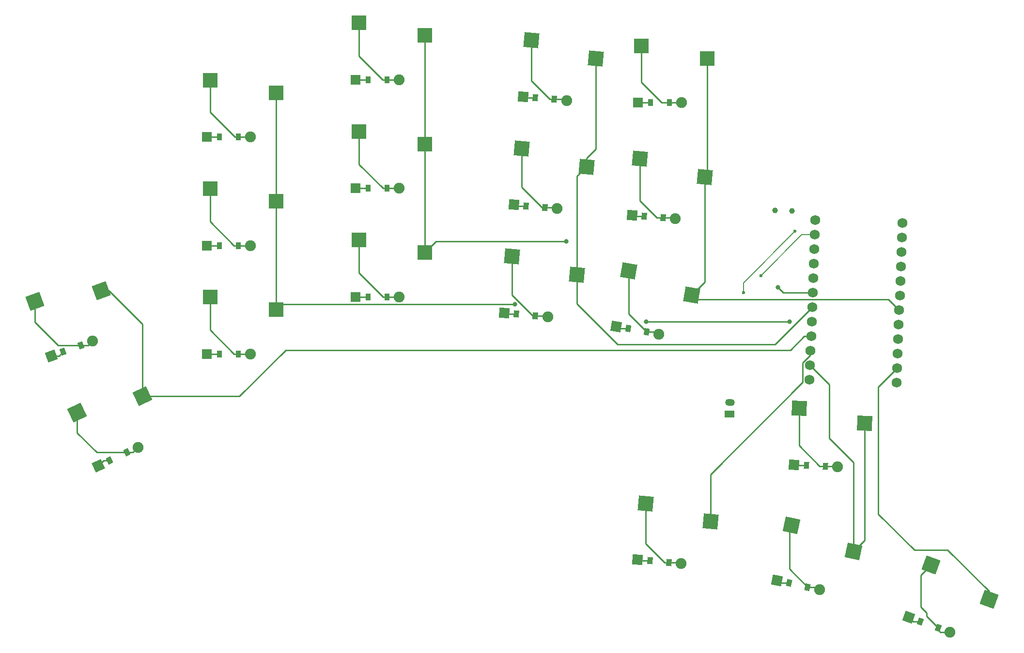
<source format=gbr>
%TF.GenerationSoftware,KiCad,Pcbnew,8.0.6*%
%TF.CreationDate,2025-01-06T03:54:34-07:00*%
%TF.ProjectId,left_circuit,6c656674-5f63-4697-9263-7569742e6b69,v1.0.0*%
%TF.SameCoordinates,Original*%
%TF.FileFunction,Copper,L2,Bot*%
%TF.FilePolarity,Positive*%
%FSLAX46Y46*%
G04 Gerber Fmt 4.6, Leading zero omitted, Abs format (unit mm)*
G04 Created by KiCad (PCBNEW 8.0.6) date 2025-01-06 03:54:34*
%MOMM*%
%LPD*%
G01*
G04 APERTURE LIST*
G04 Aperture macros list*
%AMHorizOval*
0 Thick line with rounded ends*
0 $1 width*
0 $2 $3 position (X,Y) of the first rounded end (center of the circle)*
0 $4 $5 position (X,Y) of the second rounded end (center of the circle)*
0 Add line between two ends*
20,1,$1,$2,$3,$4,$5,0*
0 Add two circle primitives to create the rounded ends*
1,1,$1,$2,$3*
1,1,$1,$4,$5*%
%AMRotRect*
0 Rectangle, with rotation*
0 The origin of the aperture is its center*
0 $1 length*
0 $2 width*
0 $3 Rotation angle, in degrees counterclockwise*
0 Add horizontal line*
21,1,$1,$2,0,0,$3*%
G04 Aperture macros list end*
%TA.AperFunction,WasherPad*%
%ADD10C,1.000000*%
%TD*%
%TA.AperFunction,ComponentPad*%
%ADD11RotRect,1.200000X1.700000X88.000000*%
%TD*%
%TA.AperFunction,ComponentPad*%
%ADD12HorizOval,1.200000X-0.249848X0.008725X0.249848X-0.008725X0*%
%TD*%
%TA.AperFunction,ComponentPad*%
%ADD13C,1.752600*%
%TD*%
%TA.AperFunction,SMDPad,CuDef*%
%ADD14RotRect,2.600000X2.600000X25.000000*%
%TD*%
%TA.AperFunction,ComponentPad*%
%ADD15RotRect,1.778000X1.778000X355.000000*%
%TD*%
%TA.AperFunction,SMDPad,CuDef*%
%ADD16RotRect,0.900000X1.200000X355.000000*%
%TD*%
%TA.AperFunction,ComponentPad*%
%ADD17C,1.905000*%
%TD*%
%TA.AperFunction,SMDPad,CuDef*%
%ADD18RotRect,2.600000X2.600000X350.000000*%
%TD*%
%TA.AperFunction,SMDPad,CuDef*%
%ADD19R,2.600000X2.600000*%
%TD*%
%TA.AperFunction,SMDPad,CuDef*%
%ADD20RotRect,2.600000X2.600000X355.000000*%
%TD*%
%TA.AperFunction,ComponentPad*%
%ADD21R,1.778000X1.778000*%
%TD*%
%TA.AperFunction,SMDPad,CuDef*%
%ADD22R,0.900000X1.200000*%
%TD*%
%TA.AperFunction,ComponentPad*%
%ADD23RotRect,1.778000X1.778000X348.000000*%
%TD*%
%TA.AperFunction,SMDPad,CuDef*%
%ADD24RotRect,0.900000X1.200000X348.000000*%
%TD*%
%TA.AperFunction,ComponentPad*%
%ADD25RotRect,1.778000X1.778000X340.000000*%
%TD*%
%TA.AperFunction,SMDPad,CuDef*%
%ADD26RotRect,0.900000X1.200000X340.000000*%
%TD*%
%TA.AperFunction,ComponentPad*%
%ADD27RotRect,1.778000X1.778000X358.000000*%
%TD*%
%TA.AperFunction,SMDPad,CuDef*%
%ADD28RotRect,0.900000X1.200000X358.000000*%
%TD*%
%TA.AperFunction,SMDPad,CuDef*%
%ADD29RotRect,2.600000X2.600000X340.000000*%
%TD*%
%TA.AperFunction,SMDPad,CuDef*%
%ADD30RotRect,2.600000X2.600000X348.000000*%
%TD*%
%TA.AperFunction,ComponentPad*%
%ADD31RotRect,1.778000X1.778000X25.000000*%
%TD*%
%TA.AperFunction,SMDPad,CuDef*%
%ADD32RotRect,0.900000X1.200000X25.000000*%
%TD*%
%TA.AperFunction,ComponentPad*%
%ADD33RotRect,1.778000X1.778000X350.000000*%
%TD*%
%TA.AperFunction,SMDPad,CuDef*%
%ADD34RotRect,0.900000X1.200000X350.000000*%
%TD*%
%TA.AperFunction,ComponentPad*%
%ADD35RotRect,1.778000X1.778000X20.000000*%
%TD*%
%TA.AperFunction,SMDPad,CuDef*%
%ADD36RotRect,0.900000X1.200000X20.000000*%
%TD*%
%TA.AperFunction,SMDPad,CuDef*%
%ADD37RotRect,2.600000X2.600000X358.000000*%
%TD*%
%TA.AperFunction,SMDPad,CuDef*%
%ADD38RotRect,2.600000X2.600000X20.000000*%
%TD*%
%TA.AperFunction,ViaPad*%
%ADD39C,0.600000*%
%TD*%
%TA.AperFunction,ViaPad*%
%ADD40C,0.800000*%
%TD*%
%TA.AperFunction,Conductor*%
%ADD41C,0.200000*%
%TD*%
%TA.AperFunction,Conductor*%
%ADD42C,0.250000*%
%TD*%
G04 APERTURE END LIST*
D10*
%TO.P,T1,*%
%TO.N,*%
X246454778Y-140535302D03*
X249452950Y-140640000D03*
%TD*%
D11*
%TO.P,JST1,1*%
%TO.N,pos*%
X238536594Y-176173887D03*
D12*
%TO.P,JST1,2*%
%TO.N,GND*%
X238606392Y-174175105D03*
%TD*%
D13*
%TO.P,MCU1,1*%
%TO.N,P006*%
X268744548Y-142800639D03*
%TO.P,MCU1,2*%
%TO.N,P008*%
X268655903Y-145339092D03*
%TO.P,MCU1,3*%
%TO.N,GND*%
X268567259Y-147877545D03*
%TO.P,MCU1,4*%
X268478614Y-150415997D03*
%TO.P,MCU1,5*%
%TO.N,P017*%
X268389969Y-152954450D03*
%TO.P,MCU1,6*%
%TO.N,P020*%
X268301324Y-155492903D03*
%TO.P,MCU1,7*%
%TO.N,P022*%
X268212680Y-158031356D03*
%TO.P,MCU1,8*%
%TO.N,P024*%
X268124035Y-160569808D03*
%TO.P,MCU1,9*%
%TO.N,P100*%
X268035390Y-163108261D03*
%TO.P,MCU1,10*%
%TO.N,P011*%
X267946746Y-165646714D03*
%TO.P,MCU1,11*%
%TO.N,P104*%
X267858101Y-168185166D03*
%TO.P,MCU1,12*%
%TO.N,P106*%
X267769456Y-170723619D03*
%TO.P,MCU1,13*%
%TO.N,P009*%
X252538740Y-170191751D03*
%TO.P,MCU1,14*%
%TO.N,P010*%
X252627385Y-167653298D03*
%TO.P,MCU1,15*%
%TO.N,P111*%
X252716029Y-165114845D03*
%TO.P,MCU1,16*%
%TO.N,P113*%
X252804674Y-162576393D03*
%TO.P,MCU1,17*%
%TO.N,P115*%
X252893319Y-160037940D03*
%TO.P,MCU1,18*%
%TO.N,P002*%
X252981964Y-157499487D03*
%TO.P,MCU1,19*%
%TO.N,P029*%
X253070608Y-154961034D03*
%TO.P,MCU1,20*%
%TO.N,P031*%
X253159253Y-152422582D03*
%TO.P,MCU1,21*%
%TO.N,VCC*%
X253247898Y-149884129D03*
%TO.P,MCU1,22*%
%TO.N,RST*%
X253336542Y-147345676D03*
%TO.P,MCU1,23*%
%TO.N,GND*%
X253425187Y-144807224D03*
%TO.P,MCU1,24*%
%TO.N,RAW*%
X253513832Y-142268771D03*
%TD*%
D14*
%TO.P,S1,1*%
%TO.N,one_bottom*%
X124517263Y-175991543D03*
%TO.P,S1,2*%
%TO.N,P113*%
X135914878Y-173104180D03*
%TD*%
D15*
%TO.P,D11,1*%
%TO.N,P031*%
X202476327Y-120657339D03*
D16*
X204628108Y-120845595D03*
%TO.P,D11,2*%
%TO.N,four_top*%
X207915550Y-121133209D03*
D17*
X210067331Y-121321465D03*
%TD*%
D18*
%TO.P,S12,1*%
%TO.N,inner_bottom*%
X220953233Y-151171027D03*
%TO.P,S12,2*%
%TO.N,P022*%
X231945737Y-155343241D03*
%TD*%
D19*
%TO.P,S6,1*%
%TO.N,three_bottom*%
X173738757Y-145757765D03*
%TO.P,S6,2*%
%TO.N,P029*%
X185288757Y-147957765D03*
%TD*%
D20*
%TO.P,S10,1*%
%TO.N,four_home*%
X202220532Y-129719528D03*
%TO.P,S10,2*%
%TO.N,P002*%
X213534838Y-132917806D03*
%TD*%
%TO.P,S9,1*%
%TO.N,four_bottom*%
X200564573Y-148647227D03*
%TO.P,S9,2*%
%TO.N,P002*%
X211878879Y-151845505D03*
%TD*%
D21*
%TO.P,D3,1*%
%TO.N,P100*%
X147203757Y-165707765D03*
D22*
X149363757Y-165707765D03*
%TO.P,D3,2*%
%TO.N,two_bottom*%
X152663757Y-165707765D03*
D17*
X154823757Y-165707765D03*
%TD*%
D21*
%TO.P,D14,1*%
%TO.N,P031*%
X222570348Y-121718478D03*
D22*
X224730348Y-121718478D03*
%TO.P,D14,2*%
%TO.N,inner_top*%
X228030348Y-121718478D03*
D17*
X230190348Y-121718478D03*
%TD*%
D20*
%TO.P,S13,1*%
%TO.N,inner_home*%
X222889467Y-131516734D03*
%TO.P,S13,2*%
%TO.N,P022*%
X234203773Y-134715012D03*
%TD*%
D19*
%TO.P,S3,1*%
%TO.N,two_bottom*%
X147738757Y-155757765D03*
%TO.P,S3,2*%
%TO.N,P115*%
X159288757Y-157957765D03*
%TD*%
D23*
%TO.P,D16,1*%
%TO.N,P100*%
X246804573Y-205348937D03*
D24*
X248917371Y-205798028D03*
%TO.P,D16,2*%
%TO.N,thumb_bottom*%
X252145259Y-206484136D03*
D17*
X254258057Y-206933227D03*
%TD*%
D15*
%TO.P,D9,1*%
%TO.N,P100*%
X199164409Y-158512737D03*
D16*
X201316190Y-158700993D03*
%TO.P,D9,2*%
%TO.N,four_bottom*%
X204603632Y-158988607D03*
D17*
X206755413Y-159176863D03*
%TD*%
D19*
%TO.P,S5,1*%
%TO.N,two_top*%
X147738757Y-117757765D03*
%TO.P,S5,2*%
%TO.N,P115*%
X159288757Y-119957765D03*
%TD*%
D25*
%TO.P,D18,1*%
%TO.N,P100*%
X269887546Y-211756877D03*
D26*
X271917282Y-212495641D03*
%TO.P,D18,2*%
%TO.N,thumb-outer_bottom*%
X275018268Y-213624307D03*
D17*
X277048004Y-214363071D03*
%TD*%
D27*
%TO.P,D17,1*%
%TO.N,P024*%
X249825535Y-185136165D03*
D28*
X251984219Y-185211548D03*
%TO.P,D17,2*%
%TO.N,thumb_home*%
X255282209Y-185326716D03*
D17*
X257440893Y-185402099D03*
%TD*%
D29*
%TO.P,S18,1*%
%TO.N,thumb-outer_bottom*%
X273793383Y-202589916D03*
%TO.P,S18,2*%
%TO.N,P104*%
X283894388Y-208607572D03*
%TD*%
D30*
%TO.P,S16,1*%
%TO.N,thumb_bottom*%
X249396603Y-195727603D03*
%TO.P,S16,2*%
%TO.N,P010*%
X260236802Y-200280908D03*
%TD*%
D19*
%TO.P,S7,1*%
%TO.N,three_home*%
X173738757Y-126757765D03*
%TO.P,S7,2*%
%TO.N,P029*%
X185288757Y-128957765D03*
%TD*%
D20*
%TO.P,S15,1*%
%TO.N,thumb-inner_bottom*%
X223888445Y-191844415D03*
%TO.P,S15,2*%
%TO.N,P111*%
X235202751Y-195042693D03*
%TD*%
D31*
%TO.P,D1,1*%
%TO.N,P100*%
X128237440Y-185235407D03*
D32*
X130195065Y-184322551D03*
%TO.P,D1,2*%
%TO.N,one_bottom*%
X133185881Y-182927911D03*
D17*
X135143506Y-182015055D03*
%TD*%
D20*
%TO.P,S11,1*%
%TO.N,four_top*%
X203876491Y-110791829D03*
%TO.P,S11,2*%
%TO.N,P002*%
X215190797Y-113990107D03*
%TD*%
D19*
%TO.P,S8,1*%
%TO.N,three_top*%
X173738757Y-107757765D03*
%TO.P,S8,2*%
%TO.N,P029*%
X185288757Y-109957765D03*
%TD*%
D21*
%TO.P,D4,1*%
%TO.N,P024*%
X147203757Y-146707765D03*
D22*
X149363757Y-146707765D03*
%TO.P,D4,2*%
%TO.N,two_home*%
X152663757Y-146707765D03*
D17*
X154823757Y-146707765D03*
%TD*%
D21*
%TO.P,D6,1*%
%TO.N,P100*%
X173203757Y-155707765D03*
D22*
X175363757Y-155707765D03*
%TO.P,D6,2*%
%TO.N,three_bottom*%
X178663757Y-155707765D03*
D17*
X180823757Y-155707765D03*
%TD*%
D33*
%TO.P,D12,1*%
%TO.N,P100*%
X218698560Y-160876962D03*
D34*
X220825747Y-161252043D03*
%TO.P,D12,2*%
%TO.N,inner_bottom*%
X224075613Y-161825081D03*
D17*
X226202800Y-162200162D03*
%TD*%
D15*
%TO.P,D10,1*%
%TO.N,P024*%
X200820368Y-139585038D03*
D16*
X202972149Y-139773294D03*
%TO.P,D10,2*%
%TO.N,four_home*%
X206259591Y-140060908D03*
D17*
X208411372Y-140249164D03*
%TD*%
D35*
%TO.P,D2,1*%
%TO.N,P024*%
X120030485Y-166059940D03*
D36*
X122060221Y-165321176D03*
%TO.P,D2,2*%
%TO.N,one_home*%
X125161207Y-164192510D03*
D17*
X127190943Y-163453746D03*
%TD*%
D21*
%TO.P,D8,1*%
%TO.N,P031*%
X173203757Y-117707765D03*
D22*
X175363757Y-117707765D03*
%TO.P,D8,2*%
%TO.N,three_top*%
X178663757Y-117707765D03*
D17*
X180823757Y-117707765D03*
%TD*%
D15*
%TO.P,D13,1*%
%TO.N,P024*%
X221489303Y-141382244D03*
D16*
X223641084Y-141570500D03*
%TO.P,D13,2*%
%TO.N,inner_home*%
X226928526Y-141858114D03*
D17*
X229080307Y-142046370D03*
%TD*%
D19*
%TO.P,S14,1*%
%TO.N,inner_top*%
X223105348Y-111768478D03*
%TO.P,S14,2*%
%TO.N,P022*%
X234655348Y-113968478D03*
%TD*%
D37*
%TO.P,S17,1*%
%TO.N,thumb_home*%
X250707459Y-175210898D03*
%TO.P,S17,2*%
%TO.N,P010*%
X262173644Y-177812647D03*
%TD*%
D38*
%TO.P,S2,1*%
%TO.N,one_home*%
X117130120Y-156527017D03*
%TO.P,S2,2*%
%TO.N,P113*%
X128736014Y-154644008D03*
%TD*%
D19*
%TO.P,S4,1*%
%TO.N,two_home*%
X147738757Y-136757765D03*
%TO.P,S4,2*%
%TO.N,P115*%
X159288757Y-138957765D03*
%TD*%
D15*
%TO.P,D15,1*%
%TO.N,P100*%
X222488281Y-201709925D03*
D16*
X224640062Y-201898181D03*
%TO.P,D15,2*%
%TO.N,thumb-inner_bottom*%
X227927504Y-202185795D03*
D17*
X230079285Y-202374051D03*
%TD*%
D21*
%TO.P,D7,1*%
%TO.N,P024*%
X173203757Y-136707765D03*
D22*
X175363757Y-136707765D03*
%TO.P,D7,2*%
%TO.N,three_home*%
X178663757Y-136707765D03*
D17*
X180823757Y-136707765D03*
%TD*%
D21*
%TO.P,D5,1*%
%TO.N,P031*%
X147203757Y-127707765D03*
D22*
X149363757Y-127707765D03*
%TO.P,D5,2*%
%TO.N,two_top*%
X152663757Y-127707765D03*
D17*
X154823757Y-127707765D03*
%TD*%
D39*
%TO.N,GND*%
X244000000Y-152000000D03*
%TO.N,pos*%
X241000000Y-155000000D03*
X250000000Y-144250000D03*
D40*
%TO.N,P115*%
X201000000Y-157000000D03*
X249000000Y-160000000D03*
X224000000Y-160000000D03*
%TO.N,P029*%
X247000000Y-154000000D03*
X210000000Y-146000000D03*
%TD*%
D41*
%TO.N,GND*%
X251192776Y-144807224D02*
X253425187Y-144807224D01*
X244000000Y-152000000D02*
X251192776Y-144807224D01*
%TO.N,pos*%
X241000000Y-153250000D02*
X241000000Y-155000000D01*
X250000000Y-144250000D02*
X241000000Y-153250000D01*
D42*
%TO.N,one_bottom*%
X124517263Y-175991543D02*
X124517263Y-179517263D01*
X133185881Y-182927911D02*
X134230650Y-182927911D01*
X127927911Y-182927911D02*
X133185881Y-182927911D01*
X124517263Y-179517263D02*
X127927911Y-182927911D01*
X134230650Y-182927911D02*
X135143506Y-182015055D01*
%TO.N,P113*%
X249190534Y-165000000D02*
X251614141Y-162576393D01*
X135914878Y-160439441D02*
X135914878Y-173104180D01*
X128736014Y-154644008D02*
X130119445Y-154644008D01*
X135914878Y-173104180D02*
X152895820Y-173104180D01*
X130119445Y-154644008D02*
X135914878Y-160439441D01*
X161000000Y-165000000D02*
X249190534Y-165000000D01*
X251614141Y-162576393D02*
X252804674Y-162576393D01*
X152895820Y-173104180D02*
X161000000Y-165000000D01*
%TO.N,one_home*%
X117130120Y-160130120D02*
X121192510Y-164192510D01*
X126452179Y-164192510D02*
X127190943Y-163453746D01*
X117130120Y-156527017D02*
X117130120Y-160130120D01*
X121192510Y-164192510D02*
X125161207Y-164192510D01*
X125161207Y-164192510D02*
X126452179Y-164192510D01*
%TO.N,two_bottom*%
X147738757Y-155757765D02*
X147738757Y-161482765D01*
X152663757Y-165707765D02*
X154823757Y-165707765D01*
X147738757Y-161482765D02*
X151963757Y-165707765D01*
X151963757Y-165707765D02*
X152663757Y-165707765D01*
%TO.N,P115*%
X224000000Y-160000000D02*
X249000000Y-160000000D01*
X199000000Y-157000000D02*
X201000000Y-157000000D01*
X159288757Y-138957765D02*
X159288757Y-119957765D01*
X160246522Y-157000000D02*
X199000000Y-157000000D01*
X159288757Y-157957765D02*
X160246522Y-157000000D01*
X159288757Y-157957765D02*
X159288757Y-138957765D01*
%TO.N,two_home*%
X147738757Y-142482765D02*
X151963757Y-146707765D01*
X151963757Y-146707765D02*
X152663757Y-146707765D01*
X147738757Y-136757765D02*
X147738757Y-142482765D01*
X152663757Y-146707765D02*
X154823757Y-146707765D01*
%TO.N,two_top*%
X152663757Y-127707765D02*
X154823757Y-127707765D01*
X147738757Y-123387764D02*
X152058758Y-127707765D01*
X152058758Y-127707765D02*
X152663757Y-127707765D01*
X147738757Y-117757765D02*
X147738757Y-123387764D01*
%TO.N,three_bottom*%
X177963757Y-155707765D02*
X178663757Y-155707765D01*
X173738757Y-145757765D02*
X173738757Y-151482765D01*
X173738757Y-151482765D02*
X177963757Y-155707765D01*
X178663757Y-155707765D02*
X180823757Y-155707765D01*
%TO.N,P029*%
X185288757Y-109957765D02*
X185288757Y-128957765D01*
X185288757Y-147957765D02*
X187246522Y-146000000D01*
X247961034Y-154961034D02*
X253070608Y-154961034D01*
X247000000Y-154000000D02*
X247961034Y-154961034D01*
X206000000Y-146000000D02*
X210000000Y-146000000D01*
X185288757Y-128957765D02*
X185288757Y-147957765D01*
X187246522Y-146000000D02*
X206000000Y-146000000D01*
%TO.N,three_home*%
X177963757Y-136707765D02*
X178663757Y-136707765D01*
X173738757Y-132482765D02*
X177963757Y-136707765D01*
X173738757Y-126757765D02*
X173738757Y-132482765D01*
X178663757Y-136707765D02*
X180823757Y-136707765D01*
%TO.N,three_top*%
X177883262Y-117707765D02*
X178663757Y-117707765D01*
X173738757Y-113563260D02*
X177883262Y-117707765D01*
X178663757Y-117707765D02*
X180823757Y-117707765D01*
X173738757Y-107757765D02*
X173738757Y-113563260D01*
%TO.N,four_bottom*%
X206567157Y-158988607D02*
X206755413Y-159176863D01*
X200564573Y-148647227D02*
X200564573Y-155401267D01*
X204603632Y-158988607D02*
X206567157Y-158988607D01*
X204151913Y-158988607D02*
X204603632Y-158988607D01*
X200564573Y-155401267D02*
X204151913Y-158988607D01*
%TO.N,P002*%
X211878879Y-134573765D02*
X213534838Y-132917806D01*
X246481451Y-164000000D02*
X252981964Y-157499487D01*
X211878879Y-151845505D02*
X211878879Y-134573765D01*
X211878879Y-156878879D02*
X219000000Y-164000000D01*
X215190797Y-129809203D02*
X215190797Y-113990107D01*
X213534838Y-131465162D02*
X215190797Y-129809203D01*
X213534838Y-132917806D02*
X213534838Y-131465162D01*
X211878879Y-151845505D02*
X211878879Y-156878879D01*
X219000000Y-164000000D02*
X246481451Y-164000000D01*
%TO.N,four_home*%
X202220532Y-136473568D02*
X205807872Y-140060908D01*
X205807872Y-140060908D02*
X206259591Y-140060908D01*
X206259591Y-140060908D02*
X208223116Y-140060908D01*
X202220532Y-129719528D02*
X202220532Y-136473568D01*
X208223116Y-140060908D02*
X208411372Y-140249164D01*
%TO.N,four_top*%
X203876491Y-117876491D02*
X207133209Y-121133209D01*
X207915550Y-121133209D02*
X209879075Y-121133209D01*
X209879075Y-121133209D02*
X210067331Y-121321465D01*
X207133209Y-121133209D02*
X207915550Y-121133209D01*
X203876491Y-110791829D02*
X203876491Y-117876491D01*
%TO.N,inner_bottom*%
X225827717Y-161825081D02*
X226202798Y-162200162D01*
X220953233Y-151171027D02*
X220953233Y-158702701D01*
X224075613Y-161825081D02*
X225827717Y-161825081D01*
X220953233Y-158702701D02*
X224075613Y-161825081D01*
%TO.N,P022*%
X234655348Y-113968478D02*
X234655348Y-134263437D01*
X234203773Y-153085205D02*
X231945737Y-155343241D01*
X231945737Y-155343241D02*
X232764830Y-156162334D01*
X234655348Y-134263437D02*
X234203773Y-134715012D01*
X234203773Y-134715012D02*
X234203773Y-153085205D01*
X232764830Y-156162334D02*
X266343658Y-156162334D01*
X266343658Y-156162334D02*
X268212680Y-158031356D01*
%TO.N,inner_home*%
X228892051Y-141858114D02*
X229080307Y-142046370D01*
X225858114Y-141858114D02*
X226928526Y-141858114D01*
X222889467Y-138889467D02*
X225858114Y-141858114D01*
X222889467Y-131516734D02*
X222889467Y-138889467D01*
X226928526Y-141858114D02*
X228892051Y-141858114D01*
%TO.N,inner_top*%
X226718478Y-121718478D02*
X228030348Y-121718478D01*
X223105348Y-111768478D02*
X223105348Y-118105348D01*
X223105348Y-118105348D02*
X226718478Y-121718478D01*
X228030348Y-121718478D02*
X230190348Y-121718478D01*
%TO.N,thumb-inner_bottom*%
X223888445Y-198888445D02*
X227185795Y-202185795D01*
X227185795Y-202185795D02*
X227927504Y-202185795D01*
X223888445Y-191844415D02*
X223888445Y-198888445D01*
X227927504Y-202185795D02*
X229891029Y-202185795D01*
X229891029Y-202185795D02*
X230079285Y-202374051D01*
%TO.N,P111*%
X235202751Y-186797249D02*
X251337440Y-170662560D01*
X235202751Y-195042693D02*
X235202751Y-186797249D01*
X251337440Y-167244348D02*
X252716029Y-165865759D01*
X252716029Y-165865759D02*
X252716029Y-165114845D01*
X251337440Y-170662560D02*
X251337440Y-167244348D01*
%TO.N,thumb_bottom*%
X252145259Y-206484136D02*
X253808967Y-206484136D01*
X249000000Y-196124206D02*
X249000000Y-203338877D01*
X249000000Y-203338877D02*
X252145259Y-206484136D01*
X253808967Y-206484136D02*
X254258057Y-206933226D01*
X249396603Y-195727603D02*
X249000000Y-196124206D01*
%TO.N,P010*%
X260236802Y-200280908D02*
X262173644Y-198344066D01*
X260236802Y-200280908D02*
X260236802Y-184700671D01*
X256000000Y-180463869D02*
X256000000Y-171025913D01*
X260236802Y-184700671D02*
X256000000Y-180463869D01*
X262173644Y-198344066D02*
X262173644Y-177812647D01*
X256000000Y-171025913D02*
X252627385Y-167653298D01*
%TO.N,thumb_home*%
X254326716Y-185326716D02*
X255282209Y-185326716D01*
X250707459Y-175210898D02*
X250707459Y-181707459D01*
X255282209Y-185326716D02*
X257365510Y-185326716D01*
X250707459Y-181707459D02*
X254326716Y-185326716D01*
X257365510Y-185326716D02*
X257440893Y-185402099D01*
%TO.N,thumb-outer_bottom*%
X273000000Y-211000000D02*
X273000000Y-211606039D01*
X272000000Y-210000000D02*
X273000000Y-211000000D01*
X272000000Y-204383299D02*
X272000000Y-210000000D01*
X273000000Y-211606039D02*
X275018268Y-213624307D01*
X275018268Y-213981732D02*
X275399607Y-214363071D01*
X275018268Y-213624307D02*
X275018268Y-213981732D01*
X273793383Y-202589916D02*
X272000000Y-204383299D01*
X275399607Y-214363071D02*
X277048004Y-214363071D01*
%TO.N,P104*%
X264558091Y-171485176D02*
X267858101Y-168185166D01*
X264558091Y-193705936D02*
X264558091Y-171485176D01*
X270852155Y-200000000D02*
X264558091Y-193705936D01*
X276670247Y-200000000D02*
X270852155Y-200000000D01*
X283894388Y-208607572D02*
X283894388Y-207224141D01*
X283894388Y-207224141D02*
X276670247Y-200000000D01*
%TO.N,P031*%
X175363757Y-117707765D02*
X173203757Y-117707765D01*
X204628108Y-120845595D02*
X202664583Y-120845595D01*
X149363757Y-127707765D02*
X147203757Y-127707765D01*
X202664583Y-120845595D02*
X202476327Y-120657339D01*
X224730348Y-121718478D02*
X222570348Y-121718478D01*
%TO.N,P024*%
X221677559Y-141570500D02*
X221489303Y-141382244D01*
X251984219Y-185211548D02*
X249900918Y-185211548D01*
X223641084Y-141570500D02*
X221677559Y-141570500D01*
X121321457Y-166059940D02*
X122060221Y-165321176D01*
X249900918Y-185211548D02*
X249825535Y-185136165D01*
X120030485Y-166059940D02*
X121321457Y-166059940D01*
X202972149Y-139773294D02*
X201008624Y-139773294D01*
X201008624Y-139773294D02*
X200820368Y-139585038D01*
X147203757Y-146707765D02*
X149363757Y-146707765D01*
X173203757Y-136707765D02*
X175363757Y-136707765D01*
%TO.N,P100*%
X219073643Y-161252043D02*
X218698562Y-160876962D01*
X248917371Y-205798028D02*
X247253663Y-205798028D01*
X129150296Y-184322551D02*
X128237440Y-185235407D01*
X199352665Y-158700993D02*
X199164409Y-158512737D01*
X224640062Y-201898181D02*
X222676537Y-201898181D01*
X271917282Y-212495641D02*
X270626310Y-212495641D01*
X175363757Y-155707765D02*
X173203757Y-155707765D01*
X222676537Y-201898181D02*
X222488281Y-201709925D01*
X270626310Y-212495641D02*
X269887546Y-211756877D01*
X220825747Y-161252043D02*
X219073643Y-161252043D01*
X130195065Y-184322551D02*
X129150296Y-184322551D01*
X149363757Y-165707765D02*
X147203757Y-165707765D01*
X247253663Y-205798028D02*
X246804573Y-205348938D01*
X201316190Y-158700993D02*
X199352665Y-158700993D01*
%TD*%
M02*

</source>
